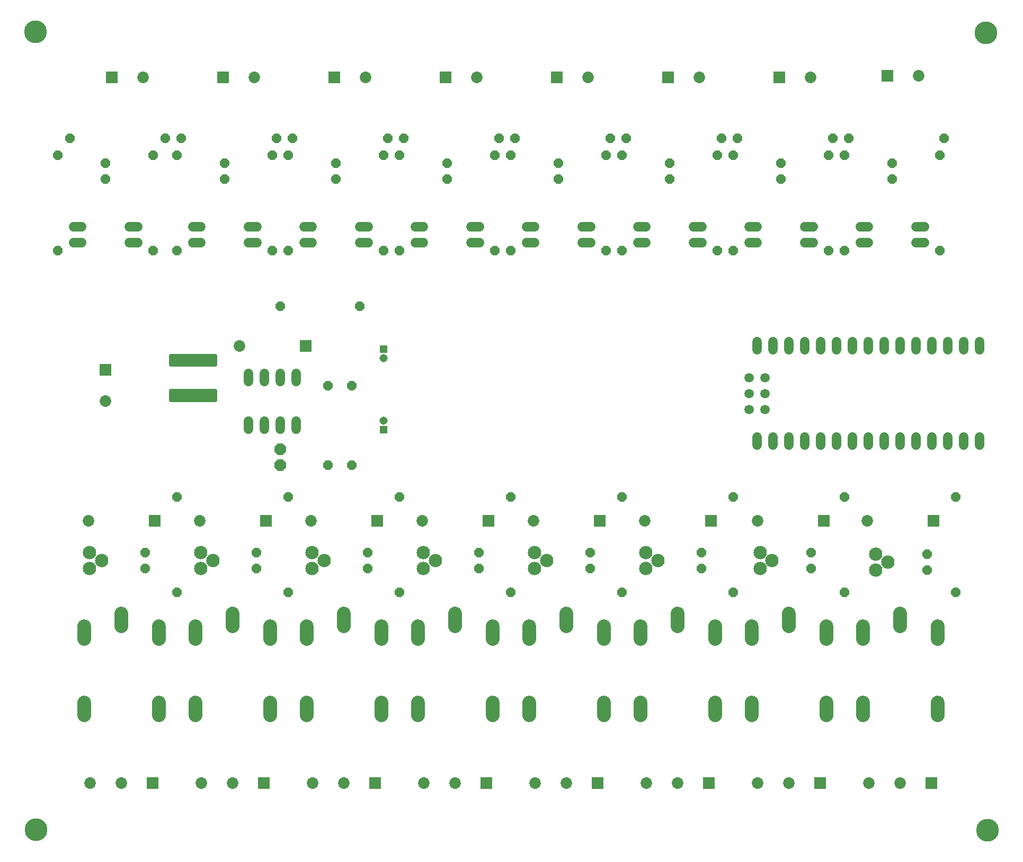
<source format=gbr>
G04 EAGLE Gerber RS-274X export*
G75*
%MOMM*%
%FSLAX34Y34*%
%LPD*%
%INSoldermask Top*%
%IPPOS*%
%AMOC8*
5,1,8,0,0,1.08239X$1,22.5*%
G01*
G04 Define Apertures*
%ADD10C,3.632200*%
%ADD11C,1.311200*%
%ADD12R,1.311200X1.311200*%
%ADD13P,1.95198X8X292.5*%
%ADD14C,1.853200*%
%ADD15R,1.853200X1.853200*%
%ADD16C,1.524000*%
%ADD17C,2.184400*%
%ADD18C,0.588894*%
%ADD19P,1.64956X8X292.5*%
%ADD20P,1.64956X8X22.5*%
%ADD21P,1.64956X8X112.5*%
%ADD22P,1.64956X8X202.5*%
%ADD23C,2.133600*%
%ADD24C,1.511200*%
%ADD25C,1.511200*%
D10*
X1521460Y1313180D03*
X1523619Y38735D03*
X3302Y39624D03*
X2540Y1314831D03*
D11*
X558800Y693300D03*
D12*
X558800Y678300D03*
D11*
X558800Y792600D03*
D12*
X558800Y807600D03*
D13*
X393700Y647700D03*
X393700Y622300D03*
D14*
X328000Y812800D03*
D15*
X434000Y812800D03*
D14*
X1331300Y533400D03*
D15*
X1437300Y533400D03*
D14*
X1156040Y533400D03*
D15*
X1262040Y533400D03*
D14*
X975700Y533400D03*
D15*
X1081700Y533400D03*
D14*
X797900Y533400D03*
D15*
X903900Y533400D03*
D14*
X620100Y533400D03*
D15*
X726100Y533400D03*
D14*
X442300Y533400D03*
D15*
X548300Y533400D03*
D14*
X264500Y533400D03*
D15*
X370500Y533400D03*
D14*
X86700Y533400D03*
D15*
X192700Y533400D03*
D16*
X342900Y679196D02*
X342900Y692404D01*
X368300Y692404D02*
X368300Y679196D01*
X393700Y679196D02*
X393700Y692404D01*
X419100Y692404D02*
X419100Y679196D01*
X419100Y755396D02*
X419100Y768604D01*
X393700Y768604D02*
X393700Y755396D01*
X368300Y755396D02*
X368300Y768604D01*
X342900Y768604D02*
X342900Y755396D01*
D15*
X1078700Y114300D03*
D14*
X1028700Y114300D03*
X978700Y114300D03*
D15*
X900900Y114300D03*
D14*
X850900Y114300D03*
X800900Y114300D03*
D15*
X723100Y114300D03*
D14*
X673100Y114300D03*
X623100Y114300D03*
D15*
X545300Y114300D03*
D14*
X495300Y114300D03*
X445300Y114300D03*
D15*
X367500Y114300D03*
D14*
X317500Y114300D03*
X267500Y114300D03*
D15*
X189700Y114300D03*
D14*
X139700Y114300D03*
X89700Y114300D03*
D15*
X1363745Y1244420D03*
D14*
X1413745Y1244420D03*
D15*
X1191025Y1241880D03*
D14*
X1241025Y1241880D03*
D15*
X1013225Y1241880D03*
D14*
X1063225Y1241880D03*
D15*
X835425Y1241880D03*
D14*
X885425Y1241880D03*
D15*
X657625Y1241880D03*
D14*
X707625Y1241880D03*
D15*
X479825Y1241880D03*
D14*
X529825Y1241880D03*
D15*
X302025Y1241880D03*
D14*
X352025Y1241880D03*
D15*
X124225Y1241880D03*
D14*
X174225Y1241880D03*
D15*
X114300Y774300D03*
D14*
X114300Y724300D03*
D15*
X1434300Y114300D03*
D14*
X1384300Y114300D03*
X1334300Y114300D03*
D15*
X1256500Y114300D03*
D14*
X1206500Y114300D03*
X1156500Y114300D03*
D17*
X1206500Y364744D02*
X1206500Y384556D01*
X1146810Y364236D02*
X1146810Y344424D01*
X1266190Y344424D02*
X1266190Y364236D01*
X1266190Y242316D02*
X1266190Y222504D01*
X1146810Y222504D02*
X1146810Y242316D01*
X1384300Y364744D02*
X1384300Y384556D01*
X1324610Y364236D02*
X1324610Y344424D01*
X1443990Y344424D02*
X1443990Y364236D01*
X1443990Y242316D02*
X1443990Y222504D01*
X1324610Y222504D02*
X1324610Y242316D01*
X1028700Y364744D02*
X1028700Y384556D01*
X969010Y364236D02*
X969010Y344424D01*
X1088390Y344424D02*
X1088390Y364236D01*
X1088390Y242316D02*
X1088390Y222504D01*
X969010Y222504D02*
X969010Y242316D01*
X850900Y364744D02*
X850900Y384556D01*
X791210Y364236D02*
X791210Y344424D01*
X910590Y344424D02*
X910590Y364236D01*
X910590Y242316D02*
X910590Y222504D01*
X791210Y222504D02*
X791210Y242316D01*
X673100Y364744D02*
X673100Y384556D01*
X613410Y364236D02*
X613410Y344424D01*
X732790Y344424D02*
X732790Y364236D01*
X732790Y242316D02*
X732790Y222504D01*
X613410Y222504D02*
X613410Y242316D01*
X495300Y364744D02*
X495300Y384556D01*
X435610Y364236D02*
X435610Y344424D01*
X554990Y344424D02*
X554990Y364236D01*
X554990Y242316D02*
X554990Y222504D01*
X435610Y222504D02*
X435610Y242316D01*
X317500Y364744D02*
X317500Y384556D01*
X257810Y364236D02*
X257810Y344424D01*
X377190Y344424D02*
X377190Y364236D01*
X377190Y242316D02*
X377190Y222504D01*
X257810Y222504D02*
X257810Y242316D01*
X139700Y364744D02*
X139700Y384556D01*
X80010Y364236D02*
X80010Y344424D01*
X199390Y344424D02*
X199390Y364236D01*
X199390Y242316D02*
X199390Y222504D01*
X80010Y222504D02*
X80010Y242316D01*
D18*
X218428Y741572D02*
X289572Y741572D01*
X289572Y726428D01*
X218428Y726428D01*
X218428Y741572D01*
X218428Y732023D02*
X289572Y732023D01*
X289572Y737618D02*
X218428Y737618D01*
X218428Y797572D02*
X289572Y797572D01*
X289572Y782428D01*
X218428Y782428D01*
X218428Y797572D01*
X218428Y788023D02*
X289572Y788023D01*
X289572Y793618D02*
X218428Y793618D01*
D19*
X1371600Y1104900D03*
X1371600Y1079500D03*
X1193800Y1104900D03*
X1193800Y1079500D03*
X1016000Y1104900D03*
X1016000Y1079500D03*
X838200Y1104900D03*
X838200Y1079500D03*
X660400Y1104900D03*
X660400Y1079500D03*
X482600Y1104900D03*
X482600Y1079500D03*
X304800Y1104900D03*
X304800Y1079500D03*
X114300Y1104900D03*
X114300Y1079500D03*
X1427480Y480060D03*
X1427480Y454660D03*
X1242060Y482600D03*
X1242060Y457200D03*
X1066800Y482600D03*
X1066800Y457200D03*
X889000Y482600D03*
X889000Y457200D03*
X711200Y482600D03*
X711200Y457200D03*
X533400Y482600D03*
X533400Y457200D03*
X355600Y482600D03*
X355600Y457200D03*
X177800Y482600D03*
X177800Y457200D03*
D16*
X1409700Y977900D02*
X1422908Y977900D01*
X1422908Y1003300D02*
X1409700Y1003300D01*
X1333500Y1003300D02*
X1320292Y1003300D01*
X1320292Y977900D02*
X1333500Y977900D01*
X1245108Y977900D02*
X1231900Y977900D01*
X1231900Y1003300D02*
X1245108Y1003300D01*
X1155700Y1003300D02*
X1142492Y1003300D01*
X1142492Y977900D02*
X1155700Y977900D01*
X1067308Y977900D02*
X1054100Y977900D01*
X1054100Y1003300D02*
X1067308Y1003300D01*
X977900Y1003300D02*
X964692Y1003300D01*
X964692Y977900D02*
X977900Y977900D01*
X889508Y977900D02*
X876300Y977900D01*
X876300Y1003300D02*
X889508Y1003300D01*
X800100Y1003300D02*
X786892Y1003300D01*
X786892Y977900D02*
X800100Y977900D01*
X711708Y977900D02*
X698500Y977900D01*
X698500Y1003300D02*
X711708Y1003300D01*
X622300Y1003300D02*
X609092Y1003300D01*
X609092Y977900D02*
X622300Y977900D01*
X533908Y977900D02*
X520700Y977900D01*
X520700Y1003300D02*
X533908Y1003300D01*
X444500Y1003300D02*
X431292Y1003300D01*
X431292Y977900D02*
X444500Y977900D01*
X356108Y977900D02*
X342900Y977900D01*
X342900Y1003300D02*
X356108Y1003300D01*
X266700Y1003300D02*
X253492Y1003300D01*
X253492Y977900D02*
X266700Y977900D01*
X165608Y977900D02*
X152400Y977900D01*
X152400Y1003300D02*
X165608Y1003300D01*
X76200Y1003300D02*
X62992Y1003300D01*
X62992Y977900D02*
X76200Y977900D01*
D19*
X939800Y571500D03*
X939800Y419100D03*
X762000Y571500D03*
X762000Y419100D03*
X584200Y571500D03*
X584200Y419100D03*
X406400Y571500D03*
X406400Y419100D03*
X228600Y571500D03*
X228600Y419100D03*
D20*
X1302177Y1144642D03*
X1454577Y1144642D03*
D21*
X1447800Y965200D03*
X1447800Y1117600D03*
D19*
X1295400Y1117600D03*
X1295400Y965200D03*
D20*
X1124377Y1144642D03*
X1276777Y1144642D03*
D21*
X1270000Y965200D03*
X1270000Y1117600D03*
D19*
X1117600Y1117600D03*
X1117600Y965200D03*
D20*
X946577Y1144642D03*
X1098977Y1144642D03*
D21*
X1092200Y965200D03*
X1092200Y1117600D03*
D19*
X939800Y1117600D03*
X939800Y965200D03*
D20*
X768777Y1144642D03*
X921177Y1144642D03*
D21*
X914400Y965200D03*
X914400Y1117600D03*
D19*
X762000Y1117600D03*
X762000Y965200D03*
D20*
X590977Y1144642D03*
X743377Y1144642D03*
D21*
X736600Y965200D03*
X736600Y1117600D03*
D19*
X584200Y1117600D03*
X584200Y965200D03*
D20*
X413177Y1144642D03*
X565577Y1144642D03*
D21*
X558800Y965200D03*
X558800Y1117600D03*
D19*
X406400Y1117600D03*
X406400Y965200D03*
D20*
X235377Y1144642D03*
X387777Y1144642D03*
D21*
X381000Y965200D03*
X381000Y1117600D03*
D19*
X228600Y1117600D03*
X228600Y965200D03*
D20*
X57577Y1144642D03*
X209977Y1144642D03*
D21*
X190500Y965200D03*
X190500Y1117600D03*
D19*
X38100Y1117600D03*
X38100Y965200D03*
D22*
X520700Y876300D03*
X393700Y876300D03*
D21*
X469900Y622300D03*
X469900Y749300D03*
X508000Y622300D03*
X508000Y749300D03*
D19*
X1473200Y571500D03*
X1473200Y419100D03*
X1295400Y571500D03*
X1295400Y419100D03*
X1117600Y571500D03*
X1117600Y419100D03*
D23*
X1345185Y454660D03*
X1364235Y467360D03*
X1345185Y480060D03*
X1160273Y456693D03*
X1179323Y469393D03*
X1160273Y482093D03*
X977900Y457200D03*
X996950Y469900D03*
X977900Y482600D03*
X800100Y457200D03*
X819150Y469900D03*
X800100Y482600D03*
X622300Y457200D03*
X641350Y469900D03*
X622300Y482600D03*
X444500Y457200D03*
X463550Y469900D03*
X444500Y482600D03*
X266700Y457200D03*
X285750Y469900D03*
X266700Y482600D03*
X88900Y457200D03*
X107950Y469900D03*
X88900Y482600D03*
D24*
X1155700Y653860D02*
X1155700Y666940D01*
X1181100Y666940D02*
X1181100Y653860D01*
X1206500Y653860D02*
X1206500Y666940D01*
X1231900Y666940D02*
X1231900Y653860D01*
X1257300Y653860D02*
X1257300Y666940D01*
X1282700Y666940D02*
X1282700Y653860D01*
X1308100Y653860D02*
X1308100Y666940D01*
X1333500Y666940D02*
X1333500Y653860D01*
X1358900Y653860D02*
X1358900Y666940D01*
X1384300Y666940D02*
X1384300Y653860D01*
X1409700Y653860D02*
X1409700Y666940D01*
X1435100Y666940D02*
X1435100Y653860D01*
X1155700Y806260D02*
X1155700Y819340D01*
X1181100Y819340D02*
X1181100Y806260D01*
X1206500Y806260D02*
X1206500Y819340D01*
X1358900Y819340D02*
X1358900Y806260D01*
X1384300Y806260D02*
X1384300Y819340D01*
X1409700Y819340D02*
X1409700Y806260D01*
X1435100Y806260D02*
X1435100Y819340D01*
X1511300Y819340D02*
X1511300Y806260D01*
X1511300Y666940D02*
X1511300Y653860D01*
X1485900Y653860D02*
X1485900Y666940D01*
X1460500Y666940D02*
X1460500Y653860D01*
X1485900Y806260D02*
X1485900Y819340D01*
X1460500Y819340D02*
X1460500Y806260D01*
X1231900Y806260D02*
X1231900Y819340D01*
D25*
X1168400Y762000D03*
X1168400Y736600D03*
X1168400Y711200D03*
D24*
X1333500Y806260D02*
X1333500Y819340D01*
X1308100Y819340D02*
X1308100Y806260D01*
X1282700Y806260D02*
X1282700Y819340D01*
X1257300Y819340D02*
X1257300Y806260D01*
D25*
X1143000Y762000D03*
X1143000Y736600D03*
X1143000Y711200D03*
M02*

</source>
